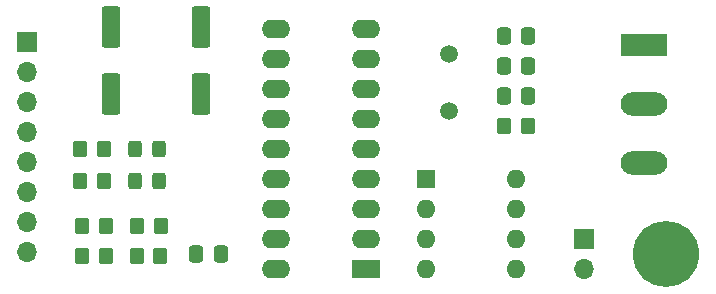
<source format=gts>
G04 #@! TF.GenerationSoftware,KiCad,Pcbnew,7.0.8*
G04 #@! TF.CreationDate,2024-01-10T12:44:37+01:00*
G04 #@! TF.ProjectId,CAN_board,43414e5f-626f-4617-9264-2e6b69636164,rev?*
G04 #@! TF.SameCoordinates,Original*
G04 #@! TF.FileFunction,Soldermask,Top*
G04 #@! TF.FilePolarity,Negative*
%FSLAX46Y46*%
G04 Gerber Fmt 4.6, Leading zero omitted, Abs format (unit mm)*
G04 Created by KiCad (PCBNEW 7.0.8) date 2024-01-10 12:44:37*
%MOMM*%
%LPD*%
G01*
G04 APERTURE LIST*
G04 Aperture macros list*
%AMRoundRect*
0 Rectangle with rounded corners*
0 $1 Rounding radius*
0 $2 $3 $4 $5 $6 $7 $8 $9 X,Y pos of 4 corners*
0 Add a 4 corners polygon primitive as box body*
4,1,4,$2,$3,$4,$5,$6,$7,$8,$9,$2,$3,0*
0 Add four circle primitives for the rounded corners*
1,1,$1+$1,$2,$3*
1,1,$1+$1,$4,$5*
1,1,$1+$1,$6,$7*
1,1,$1+$1,$8,$9*
0 Add four rect primitives between the rounded corners*
20,1,$1+$1,$2,$3,$4,$5,0*
20,1,$1+$1,$4,$5,$6,$7,0*
20,1,$1+$1,$6,$7,$8,$9,0*
20,1,$1+$1,$8,$9,$2,$3,0*%
G04 Aperture macros list end*
%ADD10C,5.600000*%
%ADD11RoundRect,0.250000X-0.550000X1.500000X-0.550000X-1.500000X0.550000X-1.500000X0.550000X1.500000X0*%
%ADD12O,2.400000X1.600000*%
%ADD13R,2.400000X1.600000*%
%ADD14RoundRect,0.250000X-0.350000X-0.450000X0.350000X-0.450000X0.350000X0.450000X-0.350000X0.450000X0*%
%ADD15C,1.500000*%
%ADD16R,1.600000X1.600000*%
%ADD17O,1.600000X1.600000*%
%ADD18R,1.700000X1.700000*%
%ADD19O,1.700000X1.700000*%
%ADD20R,3.960000X1.980000*%
%ADD21O,3.960000X1.980000*%
%ADD22RoundRect,0.250000X0.325000X0.450000X-0.325000X0.450000X-0.325000X-0.450000X0.325000X-0.450000X0*%
%ADD23RoundRect,0.250000X-0.337500X-0.475000X0.337500X-0.475000X0.337500X0.475000X-0.337500X0.475000X0*%
%ADD24RoundRect,0.250000X0.337500X0.475000X-0.337500X0.475000X-0.337500X-0.475000X0.337500X-0.475000X0*%
G04 APERTURE END LIST*
D10*
X168910000Y-113030000D03*
D11*
X121920000Y-93855000D03*
X121920000Y-99455000D03*
X129540000Y-93855000D03*
X129540000Y-99455000D03*
D12*
X135905000Y-114300000D03*
X135905000Y-111760000D03*
X135905000Y-109220000D03*
X135905000Y-106680000D03*
X135905000Y-104140000D03*
X135905000Y-101600000D03*
X135905000Y-99060000D03*
X135905000Y-96520000D03*
X135905000Y-93980000D03*
X143525000Y-93980000D03*
X143525000Y-96520000D03*
X143525000Y-99060000D03*
X143525000Y-101600000D03*
X143525000Y-104140000D03*
X143525000Y-106680000D03*
X143525000Y-109220000D03*
X143525000Y-111760000D03*
D13*
X143525000Y-114300000D03*
D14*
X121455000Y-110625000D03*
X119455000Y-110625000D03*
X126132500Y-110625000D03*
X124132500Y-110625000D03*
X157210000Y-102235000D03*
X155210000Y-102235000D03*
X119285000Y-104140000D03*
X121285000Y-104140000D03*
X121285000Y-106815000D03*
X119285000Y-106815000D03*
X119455000Y-113165000D03*
X121455000Y-113165000D03*
X124095000Y-113165000D03*
X126095000Y-113165000D03*
D15*
X150495000Y-96085000D03*
X150495000Y-100965000D03*
D16*
X148600000Y-106690000D03*
D17*
X148600000Y-109230000D03*
X148600000Y-111770000D03*
X148600000Y-114310000D03*
X156220000Y-114310000D03*
X156220000Y-111770000D03*
X156220000Y-109230000D03*
X156220000Y-106690000D03*
D18*
X114815000Y-95110000D03*
D19*
X114815000Y-97650000D03*
X114815000Y-100190000D03*
X114815000Y-102730000D03*
X114815000Y-105270000D03*
X114815000Y-107810000D03*
X114815000Y-110350000D03*
X114815000Y-112890000D03*
X161925000Y-114300000D03*
D18*
X161925000Y-111760000D03*
D20*
X167005000Y-95330000D03*
D21*
X167005000Y-100330000D03*
X167005000Y-105330000D03*
D22*
X123950000Y-104140000D03*
X126000000Y-104140000D03*
X126000000Y-106815000D03*
X123950000Y-106815000D03*
D23*
X157247500Y-99695000D03*
X155172500Y-99695000D03*
D24*
X131212500Y-113030000D03*
X129137500Y-113030000D03*
D23*
X157247500Y-94615000D03*
X155172500Y-94615000D03*
X155172500Y-97155000D03*
X157247500Y-97155000D03*
M02*

</source>
